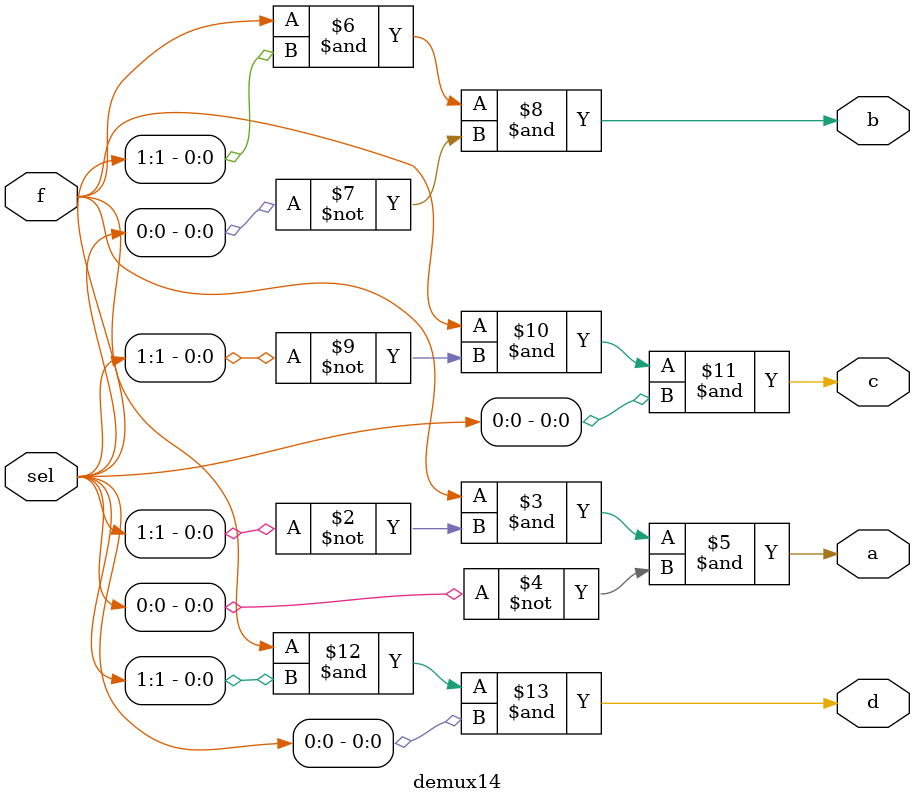
<source format=v>
module demux14 ( input f, input [1:0] sel, output reg a, b, c, d);
	always @ ( f or sel) begin
		a = f & ~sel[1] & ~sel[0];
		b = f & sel[1] & ~sel[0];
		c = f & ~sel[1] & sel[0];
		d = f & sel[1] & sel[0];
	end
endmodule
</source>
